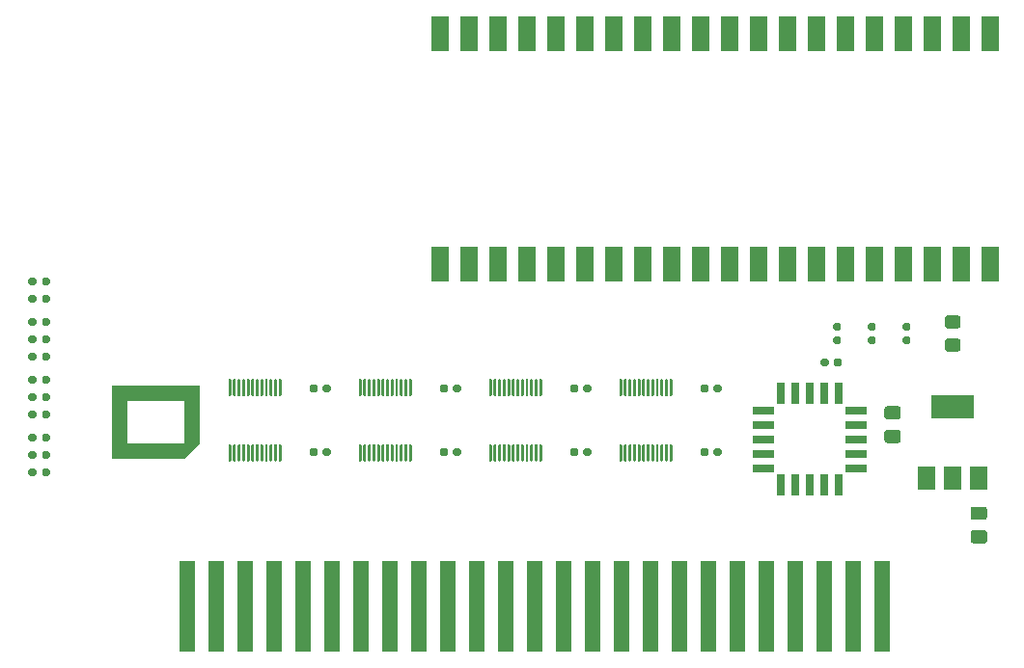
<source format=gtp>
%TF.GenerationSoftware,KiCad,Pcbnew,(5.1.10)-1*%
%TF.CreationDate,2022-11-27T19:39:58-05:00*%
%TF.ProjectId,AppleII-Pico,4170706c-6549-4492-9d50-69636f2e6b69,rev?*%
%TF.SameCoordinates,Original*%
%TF.FileFunction,Paste,Top*%
%TF.FilePolarity,Positive*%
%FSLAX46Y46*%
G04 Gerber Fmt 4.6, Leading zero omitted, Abs format (unit mm)*
G04 Created by KiCad (PCBNEW (5.1.10)-1) date 2022-11-27 19:39:58*
%MOMM*%
%LPD*%
G01*
G04 APERTURE LIST*
%ADD10C,0.100000*%
%ADD11R,1.600000X3.100000*%
%ADD12R,1.500000X2.000000*%
%ADD13R,3.800000X2.000000*%
%ADD14R,1.925000X0.700000*%
%ADD15R,0.700000X1.925000*%
%ADD16R,1.400000X8.000000*%
G04 APERTURE END LIST*
D10*
G36*
X111363000Y-117178000D02*
G01*
X105013000Y-117178000D01*
X106283000Y-115908000D01*
X112633000Y-115908000D01*
X111363000Y-117178000D01*
G37*
X111363000Y-117178000D02*
X105013000Y-117178000D01*
X106283000Y-115908000D01*
X112633000Y-115908000D01*
X111363000Y-117178000D01*
G36*
X106283000Y-112098000D02*
G01*
X106283000Y-115908000D01*
X105013000Y-117178000D01*
X105013000Y-110828000D01*
X106283000Y-112098000D01*
G37*
X106283000Y-112098000D02*
X106283000Y-115908000D01*
X105013000Y-117178000D01*
X105013000Y-110828000D01*
X106283000Y-112098000D01*
G36*
X111363000Y-112098000D02*
G01*
X106283000Y-112098000D01*
X105013000Y-110828000D01*
X112633000Y-110828000D01*
X111363000Y-112098000D01*
G37*
X111363000Y-112098000D02*
X106283000Y-112098000D01*
X105013000Y-110828000D01*
X112633000Y-110828000D01*
X111363000Y-112098000D01*
G36*
X112633000Y-115908000D02*
G01*
X111363000Y-115908000D01*
X111363000Y-112098000D01*
X112633000Y-110828000D01*
X112633000Y-115908000D01*
G37*
X112633000Y-115908000D02*
X111363000Y-115908000D01*
X111363000Y-112098000D01*
X112633000Y-110828000D01*
X112633000Y-115908000D01*
D11*
%TO.C,U6*%
X133842000Y-79900000D03*
X182102000Y-100160000D03*
X136382000Y-79900000D03*
X179562000Y-100160000D03*
X138922000Y-79900000D03*
X177022000Y-100160000D03*
X141462000Y-79900000D03*
X174482000Y-100160000D03*
X144002000Y-79900000D03*
X171942000Y-100160000D03*
X146542000Y-79900000D03*
X169402000Y-100160000D03*
X149082000Y-79900000D03*
X166862000Y-100160000D03*
X151622000Y-79900000D03*
X164322000Y-100160000D03*
X154162000Y-79900000D03*
X161782000Y-100160000D03*
X156702000Y-79900000D03*
X159242000Y-100160000D03*
X159242000Y-79900000D03*
X156702000Y-100160000D03*
X161782000Y-79900000D03*
X154162000Y-100160000D03*
X164322000Y-79900000D03*
X151622000Y-100160000D03*
X166862000Y-79900000D03*
X149082000Y-100160000D03*
X169402000Y-79900000D03*
X146542000Y-100160000D03*
X171942000Y-79900000D03*
X144002000Y-100160000D03*
X174482000Y-79900000D03*
X141462000Y-100160000D03*
X177022000Y-79900000D03*
X138922000Y-100160000D03*
X179562000Y-79900000D03*
X136382000Y-100160000D03*
X182102000Y-79900000D03*
X133842000Y-100160000D03*
%TD*%
%TO.C,C11*%
G36*
G01*
X180611000Y-123529500D02*
X181561000Y-123529500D01*
G75*
G02*
X181811000Y-123779500I0J-250000D01*
G01*
X181811000Y-124454500D01*
G75*
G02*
X181561000Y-124704500I-250000J0D01*
G01*
X180611000Y-124704500D01*
G75*
G02*
X180361000Y-124454500I0J250000D01*
G01*
X180361000Y-123779500D01*
G75*
G02*
X180611000Y-123529500I250000J0D01*
G01*
G37*
G36*
G01*
X180611000Y-121454500D02*
X181561000Y-121454500D01*
G75*
G02*
X181811000Y-121704500I0J-250000D01*
G01*
X181811000Y-122379500D01*
G75*
G02*
X181561000Y-122629500I-250000J0D01*
G01*
X180611000Y-122629500D01*
G75*
G02*
X180361000Y-122379500I0J250000D01*
G01*
X180361000Y-121704500D01*
G75*
G02*
X180611000Y-121454500I250000J0D01*
G01*
G37*
%TD*%
%TO.C,C10*%
G36*
G01*
X173054500Y-114707000D02*
X174004500Y-114707000D01*
G75*
G02*
X174254500Y-114957000I0J-250000D01*
G01*
X174254500Y-115632000D01*
G75*
G02*
X174004500Y-115882000I-250000J0D01*
G01*
X173054500Y-115882000D01*
G75*
G02*
X172804500Y-115632000I0J250000D01*
G01*
X172804500Y-114957000D01*
G75*
G02*
X173054500Y-114707000I250000J0D01*
G01*
G37*
G36*
G01*
X173054500Y-112632000D02*
X174004500Y-112632000D01*
G75*
G02*
X174254500Y-112882000I0J-250000D01*
G01*
X174254500Y-113557000D01*
G75*
G02*
X174004500Y-113807000I-250000J0D01*
G01*
X173054500Y-113807000D01*
G75*
G02*
X172804500Y-113557000I0J250000D01*
G01*
X172804500Y-112882000D01*
G75*
G02*
X173054500Y-112632000I250000J0D01*
G01*
G37*
%TD*%
D12*
%TO.C,U7*%
X176465000Y-118984000D03*
X181065000Y-118984000D03*
X178765000Y-118984000D03*
D13*
X178765000Y-112684000D03*
%TD*%
D14*
%TO.C,U5*%
X170279500Y-112987000D03*
X170279500Y-114257000D03*
X170279500Y-115527000D03*
X170279500Y-116797000D03*
X170279500Y-118067000D03*
D15*
X168767000Y-119579500D03*
X167497000Y-119579500D03*
X166227000Y-119579500D03*
X164957000Y-119579500D03*
X163687000Y-119579500D03*
D14*
X162174500Y-118067000D03*
X162174500Y-116797000D03*
X162174500Y-115527000D03*
X162174500Y-114257000D03*
X162174500Y-112987000D03*
D15*
X168767000Y-111474500D03*
X167497000Y-111474500D03*
X163687000Y-111474500D03*
X164957000Y-111474500D03*
X166227000Y-111474500D03*
%TD*%
%TO.C,C9*%
G36*
G01*
X168332000Y-108951000D02*
X168332000Y-108641000D01*
G75*
G02*
X168487000Y-108486000I155000J0D01*
G01*
X168912000Y-108486000D01*
G75*
G02*
X169067000Y-108641000I0J-155000D01*
G01*
X169067000Y-108951000D01*
G75*
G02*
X168912000Y-109106000I-155000J0D01*
G01*
X168487000Y-109106000D01*
G75*
G02*
X168332000Y-108951000I0J155000D01*
G01*
G37*
G36*
G01*
X167197000Y-108951000D02*
X167197000Y-108641000D01*
G75*
G02*
X167352000Y-108486000I155000J0D01*
G01*
X167777000Y-108486000D01*
G75*
G02*
X167932000Y-108641000I0J-155000D01*
G01*
X167932000Y-108951000D01*
G75*
G02*
X167777000Y-109106000I-155000J0D01*
G01*
X167352000Y-109106000D01*
G75*
G02*
X167197000Y-108951000I0J155000D01*
G01*
G37*
%TD*%
%TO.C,C8*%
G36*
G01*
X157791000Y-111237000D02*
X157791000Y-110927000D01*
G75*
G02*
X157946000Y-110772000I155000J0D01*
G01*
X158371000Y-110772000D01*
G75*
G02*
X158526000Y-110927000I0J-155000D01*
G01*
X158526000Y-111237000D01*
G75*
G02*
X158371000Y-111392000I-155000J0D01*
G01*
X157946000Y-111392000D01*
G75*
G02*
X157791000Y-111237000I0J155000D01*
G01*
G37*
G36*
G01*
X156656000Y-111237000D02*
X156656000Y-110927000D01*
G75*
G02*
X156811000Y-110772000I155000J0D01*
G01*
X157236000Y-110772000D01*
G75*
G02*
X157391000Y-110927000I0J-155000D01*
G01*
X157391000Y-111237000D01*
G75*
G02*
X157236000Y-111392000I-155000J0D01*
G01*
X156811000Y-111392000D01*
G75*
G02*
X156656000Y-111237000I0J155000D01*
G01*
G37*
%TD*%
%TO.C,C7*%
G36*
G01*
X157791000Y-116825000D02*
X157791000Y-116515000D01*
G75*
G02*
X157946000Y-116360000I155000J0D01*
G01*
X158371000Y-116360000D01*
G75*
G02*
X158526000Y-116515000I0J-155000D01*
G01*
X158526000Y-116825000D01*
G75*
G02*
X158371000Y-116980000I-155000J0D01*
G01*
X157946000Y-116980000D01*
G75*
G02*
X157791000Y-116825000I0J155000D01*
G01*
G37*
G36*
G01*
X156656000Y-116825000D02*
X156656000Y-116515000D01*
G75*
G02*
X156811000Y-116360000I155000J0D01*
G01*
X157236000Y-116360000D01*
G75*
G02*
X157391000Y-116515000I0J-155000D01*
G01*
X157391000Y-116825000D01*
G75*
G02*
X157236000Y-116980000I-155000J0D01*
G01*
X156811000Y-116980000D01*
G75*
G02*
X156656000Y-116825000I0J155000D01*
G01*
G37*
%TD*%
%TO.C,C6*%
G36*
G01*
X146361000Y-111237000D02*
X146361000Y-110927000D01*
G75*
G02*
X146516000Y-110772000I155000J0D01*
G01*
X146941000Y-110772000D01*
G75*
G02*
X147096000Y-110927000I0J-155000D01*
G01*
X147096000Y-111237000D01*
G75*
G02*
X146941000Y-111392000I-155000J0D01*
G01*
X146516000Y-111392000D01*
G75*
G02*
X146361000Y-111237000I0J155000D01*
G01*
G37*
G36*
G01*
X145226000Y-111237000D02*
X145226000Y-110927000D01*
G75*
G02*
X145381000Y-110772000I155000J0D01*
G01*
X145806000Y-110772000D01*
G75*
G02*
X145961000Y-110927000I0J-155000D01*
G01*
X145961000Y-111237000D01*
G75*
G02*
X145806000Y-111392000I-155000J0D01*
G01*
X145381000Y-111392000D01*
G75*
G02*
X145226000Y-111237000I0J155000D01*
G01*
G37*
%TD*%
%TO.C,C5*%
G36*
G01*
X146361000Y-116825000D02*
X146361000Y-116515000D01*
G75*
G02*
X146516000Y-116360000I155000J0D01*
G01*
X146941000Y-116360000D01*
G75*
G02*
X147096000Y-116515000I0J-155000D01*
G01*
X147096000Y-116825000D01*
G75*
G02*
X146941000Y-116980000I-155000J0D01*
G01*
X146516000Y-116980000D01*
G75*
G02*
X146361000Y-116825000I0J155000D01*
G01*
G37*
G36*
G01*
X145226000Y-116825000D02*
X145226000Y-116515000D01*
G75*
G02*
X145381000Y-116360000I155000J0D01*
G01*
X145806000Y-116360000D01*
G75*
G02*
X145961000Y-116515000I0J-155000D01*
G01*
X145961000Y-116825000D01*
G75*
G02*
X145806000Y-116980000I-155000J0D01*
G01*
X145381000Y-116980000D01*
G75*
G02*
X145226000Y-116825000I0J155000D01*
G01*
G37*
%TD*%
%TO.C,C4*%
G36*
G01*
X134931000Y-111237000D02*
X134931000Y-110927000D01*
G75*
G02*
X135086000Y-110772000I155000J0D01*
G01*
X135511000Y-110772000D01*
G75*
G02*
X135666000Y-110927000I0J-155000D01*
G01*
X135666000Y-111237000D01*
G75*
G02*
X135511000Y-111392000I-155000J0D01*
G01*
X135086000Y-111392000D01*
G75*
G02*
X134931000Y-111237000I0J155000D01*
G01*
G37*
G36*
G01*
X133796000Y-111237000D02*
X133796000Y-110927000D01*
G75*
G02*
X133951000Y-110772000I155000J0D01*
G01*
X134376000Y-110772000D01*
G75*
G02*
X134531000Y-110927000I0J-155000D01*
G01*
X134531000Y-111237000D01*
G75*
G02*
X134376000Y-111392000I-155000J0D01*
G01*
X133951000Y-111392000D01*
G75*
G02*
X133796000Y-111237000I0J155000D01*
G01*
G37*
%TD*%
%TO.C,C3*%
G36*
G01*
X134931000Y-116825000D02*
X134931000Y-116515000D01*
G75*
G02*
X135086000Y-116360000I155000J0D01*
G01*
X135511000Y-116360000D01*
G75*
G02*
X135666000Y-116515000I0J-155000D01*
G01*
X135666000Y-116825000D01*
G75*
G02*
X135511000Y-116980000I-155000J0D01*
G01*
X135086000Y-116980000D01*
G75*
G02*
X134931000Y-116825000I0J155000D01*
G01*
G37*
G36*
G01*
X133796000Y-116825000D02*
X133796000Y-116515000D01*
G75*
G02*
X133951000Y-116360000I155000J0D01*
G01*
X134376000Y-116360000D01*
G75*
G02*
X134531000Y-116515000I0J-155000D01*
G01*
X134531000Y-116825000D01*
G75*
G02*
X134376000Y-116980000I-155000J0D01*
G01*
X133951000Y-116980000D01*
G75*
G02*
X133796000Y-116825000I0J155000D01*
G01*
G37*
%TD*%
%TO.C,C2*%
G36*
G01*
X123501000Y-111237000D02*
X123501000Y-110927000D01*
G75*
G02*
X123656000Y-110772000I155000J0D01*
G01*
X124081000Y-110772000D01*
G75*
G02*
X124236000Y-110927000I0J-155000D01*
G01*
X124236000Y-111237000D01*
G75*
G02*
X124081000Y-111392000I-155000J0D01*
G01*
X123656000Y-111392000D01*
G75*
G02*
X123501000Y-111237000I0J155000D01*
G01*
G37*
G36*
G01*
X122366000Y-111237000D02*
X122366000Y-110927000D01*
G75*
G02*
X122521000Y-110772000I155000J0D01*
G01*
X122946000Y-110772000D01*
G75*
G02*
X123101000Y-110927000I0J-155000D01*
G01*
X123101000Y-111237000D01*
G75*
G02*
X122946000Y-111392000I-155000J0D01*
G01*
X122521000Y-111392000D01*
G75*
G02*
X122366000Y-111237000I0J155000D01*
G01*
G37*
%TD*%
%TO.C,C1*%
G36*
G01*
X123501000Y-116825000D02*
X123501000Y-116515000D01*
G75*
G02*
X123656000Y-116360000I155000J0D01*
G01*
X124081000Y-116360000D01*
G75*
G02*
X124236000Y-116515000I0J-155000D01*
G01*
X124236000Y-116825000D01*
G75*
G02*
X124081000Y-116980000I-155000J0D01*
G01*
X123656000Y-116980000D01*
G75*
G02*
X123501000Y-116825000I0J155000D01*
G01*
G37*
G36*
G01*
X122366000Y-116825000D02*
X122366000Y-116515000D01*
G75*
G02*
X122521000Y-116360000I155000J0D01*
G01*
X122946000Y-116360000D01*
G75*
G02*
X123101000Y-116515000I0J-155000D01*
G01*
X123101000Y-116825000D01*
G75*
G02*
X122946000Y-116980000I-155000J0D01*
G01*
X122521000Y-116980000D01*
G75*
G02*
X122366000Y-116825000I0J155000D01*
G01*
G37*
%TD*%
%TO.C,D1*%
G36*
G01*
X178349999Y-106706000D02*
X179250001Y-106706000D01*
G75*
G02*
X179500000Y-106955999I0J-249999D01*
G01*
X179500000Y-107606001D01*
G75*
G02*
X179250001Y-107856000I-249999J0D01*
G01*
X178349999Y-107856000D01*
G75*
G02*
X178100000Y-107606001I0J249999D01*
G01*
X178100000Y-106955999D01*
G75*
G02*
X178349999Y-106706000I249999J0D01*
G01*
G37*
G36*
G01*
X178349999Y-104656000D02*
X179250001Y-104656000D01*
G75*
G02*
X179500000Y-104905999I0J-249999D01*
G01*
X179500000Y-105556001D01*
G75*
G02*
X179250001Y-105806000I-249999J0D01*
G01*
X178349999Y-105806000D01*
G75*
G02*
X178100000Y-105556001I0J249999D01*
G01*
X178100000Y-104905999D01*
G75*
G02*
X178349999Y-104656000I249999J0D01*
G01*
G37*
%TD*%
%TO.C,U4*%
G36*
G01*
X154013500Y-116001000D02*
X154138500Y-116001000D01*
G75*
G02*
X154201000Y-116063500I0J-62500D01*
G01*
X154201000Y-117413500D01*
G75*
G02*
X154138500Y-117476000I-62500J0D01*
G01*
X154013500Y-117476000D01*
G75*
G02*
X153951000Y-117413500I0J62500D01*
G01*
X153951000Y-116063500D01*
G75*
G02*
X154013500Y-116001000I62500J0D01*
G01*
G37*
G36*
G01*
X153613500Y-116001000D02*
X153738500Y-116001000D01*
G75*
G02*
X153801000Y-116063500I0J-62500D01*
G01*
X153801000Y-117413500D01*
G75*
G02*
X153738500Y-117476000I-62500J0D01*
G01*
X153613500Y-117476000D01*
G75*
G02*
X153551000Y-117413500I0J62500D01*
G01*
X153551000Y-116063500D01*
G75*
G02*
X153613500Y-116001000I62500J0D01*
G01*
G37*
G36*
G01*
X153213500Y-116001000D02*
X153338500Y-116001000D01*
G75*
G02*
X153401000Y-116063500I0J-62500D01*
G01*
X153401000Y-117413500D01*
G75*
G02*
X153338500Y-117476000I-62500J0D01*
G01*
X153213500Y-117476000D01*
G75*
G02*
X153151000Y-117413500I0J62500D01*
G01*
X153151000Y-116063500D01*
G75*
G02*
X153213500Y-116001000I62500J0D01*
G01*
G37*
G36*
G01*
X152813500Y-116001000D02*
X152938500Y-116001000D01*
G75*
G02*
X153001000Y-116063500I0J-62500D01*
G01*
X153001000Y-117413500D01*
G75*
G02*
X152938500Y-117476000I-62500J0D01*
G01*
X152813500Y-117476000D01*
G75*
G02*
X152751000Y-117413500I0J62500D01*
G01*
X152751000Y-116063500D01*
G75*
G02*
X152813500Y-116001000I62500J0D01*
G01*
G37*
G36*
G01*
X152413500Y-116001000D02*
X152538500Y-116001000D01*
G75*
G02*
X152601000Y-116063500I0J-62500D01*
G01*
X152601000Y-117413500D01*
G75*
G02*
X152538500Y-117476000I-62500J0D01*
G01*
X152413500Y-117476000D01*
G75*
G02*
X152351000Y-117413500I0J62500D01*
G01*
X152351000Y-116063500D01*
G75*
G02*
X152413500Y-116001000I62500J0D01*
G01*
G37*
G36*
G01*
X152013500Y-116001000D02*
X152138500Y-116001000D01*
G75*
G02*
X152201000Y-116063500I0J-62500D01*
G01*
X152201000Y-117413500D01*
G75*
G02*
X152138500Y-117476000I-62500J0D01*
G01*
X152013500Y-117476000D01*
G75*
G02*
X151951000Y-117413500I0J62500D01*
G01*
X151951000Y-116063500D01*
G75*
G02*
X152013500Y-116001000I62500J0D01*
G01*
G37*
G36*
G01*
X151613500Y-116001000D02*
X151738500Y-116001000D01*
G75*
G02*
X151801000Y-116063500I0J-62500D01*
G01*
X151801000Y-117413500D01*
G75*
G02*
X151738500Y-117476000I-62500J0D01*
G01*
X151613500Y-117476000D01*
G75*
G02*
X151551000Y-117413500I0J62500D01*
G01*
X151551000Y-116063500D01*
G75*
G02*
X151613500Y-116001000I62500J0D01*
G01*
G37*
G36*
G01*
X151213500Y-116001000D02*
X151338500Y-116001000D01*
G75*
G02*
X151401000Y-116063500I0J-62500D01*
G01*
X151401000Y-117413500D01*
G75*
G02*
X151338500Y-117476000I-62500J0D01*
G01*
X151213500Y-117476000D01*
G75*
G02*
X151151000Y-117413500I0J62500D01*
G01*
X151151000Y-116063500D01*
G75*
G02*
X151213500Y-116001000I62500J0D01*
G01*
G37*
G36*
G01*
X150813500Y-116001000D02*
X150938500Y-116001000D01*
G75*
G02*
X151001000Y-116063500I0J-62500D01*
G01*
X151001000Y-117413500D01*
G75*
G02*
X150938500Y-117476000I-62500J0D01*
G01*
X150813500Y-117476000D01*
G75*
G02*
X150751000Y-117413500I0J62500D01*
G01*
X150751000Y-116063500D01*
G75*
G02*
X150813500Y-116001000I62500J0D01*
G01*
G37*
G36*
G01*
X150413500Y-116001000D02*
X150538500Y-116001000D01*
G75*
G02*
X150601000Y-116063500I0J-62500D01*
G01*
X150601000Y-117413500D01*
G75*
G02*
X150538500Y-117476000I-62500J0D01*
G01*
X150413500Y-117476000D01*
G75*
G02*
X150351000Y-117413500I0J62500D01*
G01*
X150351000Y-116063500D01*
G75*
G02*
X150413500Y-116001000I62500J0D01*
G01*
G37*
G36*
G01*
X150013500Y-116001000D02*
X150138500Y-116001000D01*
G75*
G02*
X150201000Y-116063500I0J-62500D01*
G01*
X150201000Y-117413500D01*
G75*
G02*
X150138500Y-117476000I-62500J0D01*
G01*
X150013500Y-117476000D01*
G75*
G02*
X149951000Y-117413500I0J62500D01*
G01*
X149951000Y-116063500D01*
G75*
G02*
X150013500Y-116001000I62500J0D01*
G01*
G37*
G36*
G01*
X149613500Y-116001000D02*
X149738500Y-116001000D01*
G75*
G02*
X149801000Y-116063500I0J-62500D01*
G01*
X149801000Y-117413500D01*
G75*
G02*
X149738500Y-117476000I-62500J0D01*
G01*
X149613500Y-117476000D01*
G75*
G02*
X149551000Y-117413500I0J62500D01*
G01*
X149551000Y-116063500D01*
G75*
G02*
X149613500Y-116001000I62500J0D01*
G01*
G37*
G36*
G01*
X149613500Y-110276000D02*
X149738500Y-110276000D01*
G75*
G02*
X149801000Y-110338500I0J-62500D01*
G01*
X149801000Y-111688500D01*
G75*
G02*
X149738500Y-111751000I-62500J0D01*
G01*
X149613500Y-111751000D01*
G75*
G02*
X149551000Y-111688500I0J62500D01*
G01*
X149551000Y-110338500D01*
G75*
G02*
X149613500Y-110276000I62500J0D01*
G01*
G37*
G36*
G01*
X150013500Y-110276000D02*
X150138500Y-110276000D01*
G75*
G02*
X150201000Y-110338500I0J-62500D01*
G01*
X150201000Y-111688500D01*
G75*
G02*
X150138500Y-111751000I-62500J0D01*
G01*
X150013500Y-111751000D01*
G75*
G02*
X149951000Y-111688500I0J62500D01*
G01*
X149951000Y-110338500D01*
G75*
G02*
X150013500Y-110276000I62500J0D01*
G01*
G37*
G36*
G01*
X150413500Y-110276000D02*
X150538500Y-110276000D01*
G75*
G02*
X150601000Y-110338500I0J-62500D01*
G01*
X150601000Y-111688500D01*
G75*
G02*
X150538500Y-111751000I-62500J0D01*
G01*
X150413500Y-111751000D01*
G75*
G02*
X150351000Y-111688500I0J62500D01*
G01*
X150351000Y-110338500D01*
G75*
G02*
X150413500Y-110276000I62500J0D01*
G01*
G37*
G36*
G01*
X150813500Y-110276000D02*
X150938500Y-110276000D01*
G75*
G02*
X151001000Y-110338500I0J-62500D01*
G01*
X151001000Y-111688500D01*
G75*
G02*
X150938500Y-111751000I-62500J0D01*
G01*
X150813500Y-111751000D01*
G75*
G02*
X150751000Y-111688500I0J62500D01*
G01*
X150751000Y-110338500D01*
G75*
G02*
X150813500Y-110276000I62500J0D01*
G01*
G37*
G36*
G01*
X151213500Y-110276000D02*
X151338500Y-110276000D01*
G75*
G02*
X151401000Y-110338500I0J-62500D01*
G01*
X151401000Y-111688500D01*
G75*
G02*
X151338500Y-111751000I-62500J0D01*
G01*
X151213500Y-111751000D01*
G75*
G02*
X151151000Y-111688500I0J62500D01*
G01*
X151151000Y-110338500D01*
G75*
G02*
X151213500Y-110276000I62500J0D01*
G01*
G37*
G36*
G01*
X151613500Y-110276000D02*
X151738500Y-110276000D01*
G75*
G02*
X151801000Y-110338500I0J-62500D01*
G01*
X151801000Y-111688500D01*
G75*
G02*
X151738500Y-111751000I-62500J0D01*
G01*
X151613500Y-111751000D01*
G75*
G02*
X151551000Y-111688500I0J62500D01*
G01*
X151551000Y-110338500D01*
G75*
G02*
X151613500Y-110276000I62500J0D01*
G01*
G37*
G36*
G01*
X152013500Y-110276000D02*
X152138500Y-110276000D01*
G75*
G02*
X152201000Y-110338500I0J-62500D01*
G01*
X152201000Y-111688500D01*
G75*
G02*
X152138500Y-111751000I-62500J0D01*
G01*
X152013500Y-111751000D01*
G75*
G02*
X151951000Y-111688500I0J62500D01*
G01*
X151951000Y-110338500D01*
G75*
G02*
X152013500Y-110276000I62500J0D01*
G01*
G37*
G36*
G01*
X152413500Y-110276000D02*
X152538500Y-110276000D01*
G75*
G02*
X152601000Y-110338500I0J-62500D01*
G01*
X152601000Y-111688500D01*
G75*
G02*
X152538500Y-111751000I-62500J0D01*
G01*
X152413500Y-111751000D01*
G75*
G02*
X152351000Y-111688500I0J62500D01*
G01*
X152351000Y-110338500D01*
G75*
G02*
X152413500Y-110276000I62500J0D01*
G01*
G37*
G36*
G01*
X152813500Y-110276000D02*
X152938500Y-110276000D01*
G75*
G02*
X153001000Y-110338500I0J-62500D01*
G01*
X153001000Y-111688500D01*
G75*
G02*
X152938500Y-111751000I-62500J0D01*
G01*
X152813500Y-111751000D01*
G75*
G02*
X152751000Y-111688500I0J62500D01*
G01*
X152751000Y-110338500D01*
G75*
G02*
X152813500Y-110276000I62500J0D01*
G01*
G37*
G36*
G01*
X153213500Y-110276000D02*
X153338500Y-110276000D01*
G75*
G02*
X153401000Y-110338500I0J-62500D01*
G01*
X153401000Y-111688500D01*
G75*
G02*
X153338500Y-111751000I-62500J0D01*
G01*
X153213500Y-111751000D01*
G75*
G02*
X153151000Y-111688500I0J62500D01*
G01*
X153151000Y-110338500D01*
G75*
G02*
X153213500Y-110276000I62500J0D01*
G01*
G37*
G36*
G01*
X153613500Y-110276000D02*
X153738500Y-110276000D01*
G75*
G02*
X153801000Y-110338500I0J-62500D01*
G01*
X153801000Y-111688500D01*
G75*
G02*
X153738500Y-111751000I-62500J0D01*
G01*
X153613500Y-111751000D01*
G75*
G02*
X153551000Y-111688500I0J62500D01*
G01*
X153551000Y-110338500D01*
G75*
G02*
X153613500Y-110276000I62500J0D01*
G01*
G37*
G36*
G01*
X154013500Y-110276000D02*
X154138500Y-110276000D01*
G75*
G02*
X154201000Y-110338500I0J-62500D01*
G01*
X154201000Y-111688500D01*
G75*
G02*
X154138500Y-111751000I-62500J0D01*
G01*
X154013500Y-111751000D01*
G75*
G02*
X153951000Y-111688500I0J62500D01*
G01*
X153951000Y-110338500D01*
G75*
G02*
X154013500Y-110276000I62500J0D01*
G01*
G37*
%TD*%
%TO.C,U3*%
G36*
G01*
X142583500Y-116001000D02*
X142708500Y-116001000D01*
G75*
G02*
X142771000Y-116063500I0J-62500D01*
G01*
X142771000Y-117413500D01*
G75*
G02*
X142708500Y-117476000I-62500J0D01*
G01*
X142583500Y-117476000D01*
G75*
G02*
X142521000Y-117413500I0J62500D01*
G01*
X142521000Y-116063500D01*
G75*
G02*
X142583500Y-116001000I62500J0D01*
G01*
G37*
G36*
G01*
X142183500Y-116001000D02*
X142308500Y-116001000D01*
G75*
G02*
X142371000Y-116063500I0J-62500D01*
G01*
X142371000Y-117413500D01*
G75*
G02*
X142308500Y-117476000I-62500J0D01*
G01*
X142183500Y-117476000D01*
G75*
G02*
X142121000Y-117413500I0J62500D01*
G01*
X142121000Y-116063500D01*
G75*
G02*
X142183500Y-116001000I62500J0D01*
G01*
G37*
G36*
G01*
X141783500Y-116001000D02*
X141908500Y-116001000D01*
G75*
G02*
X141971000Y-116063500I0J-62500D01*
G01*
X141971000Y-117413500D01*
G75*
G02*
X141908500Y-117476000I-62500J0D01*
G01*
X141783500Y-117476000D01*
G75*
G02*
X141721000Y-117413500I0J62500D01*
G01*
X141721000Y-116063500D01*
G75*
G02*
X141783500Y-116001000I62500J0D01*
G01*
G37*
G36*
G01*
X141383500Y-116001000D02*
X141508500Y-116001000D01*
G75*
G02*
X141571000Y-116063500I0J-62500D01*
G01*
X141571000Y-117413500D01*
G75*
G02*
X141508500Y-117476000I-62500J0D01*
G01*
X141383500Y-117476000D01*
G75*
G02*
X141321000Y-117413500I0J62500D01*
G01*
X141321000Y-116063500D01*
G75*
G02*
X141383500Y-116001000I62500J0D01*
G01*
G37*
G36*
G01*
X140983500Y-116001000D02*
X141108500Y-116001000D01*
G75*
G02*
X141171000Y-116063500I0J-62500D01*
G01*
X141171000Y-117413500D01*
G75*
G02*
X141108500Y-117476000I-62500J0D01*
G01*
X140983500Y-117476000D01*
G75*
G02*
X140921000Y-117413500I0J62500D01*
G01*
X140921000Y-116063500D01*
G75*
G02*
X140983500Y-116001000I62500J0D01*
G01*
G37*
G36*
G01*
X140583500Y-116001000D02*
X140708500Y-116001000D01*
G75*
G02*
X140771000Y-116063500I0J-62500D01*
G01*
X140771000Y-117413500D01*
G75*
G02*
X140708500Y-117476000I-62500J0D01*
G01*
X140583500Y-117476000D01*
G75*
G02*
X140521000Y-117413500I0J62500D01*
G01*
X140521000Y-116063500D01*
G75*
G02*
X140583500Y-116001000I62500J0D01*
G01*
G37*
G36*
G01*
X140183500Y-116001000D02*
X140308500Y-116001000D01*
G75*
G02*
X140371000Y-116063500I0J-62500D01*
G01*
X140371000Y-117413500D01*
G75*
G02*
X140308500Y-117476000I-62500J0D01*
G01*
X140183500Y-117476000D01*
G75*
G02*
X140121000Y-117413500I0J62500D01*
G01*
X140121000Y-116063500D01*
G75*
G02*
X140183500Y-116001000I62500J0D01*
G01*
G37*
G36*
G01*
X139783500Y-116001000D02*
X139908500Y-116001000D01*
G75*
G02*
X139971000Y-116063500I0J-62500D01*
G01*
X139971000Y-117413500D01*
G75*
G02*
X139908500Y-117476000I-62500J0D01*
G01*
X139783500Y-117476000D01*
G75*
G02*
X139721000Y-117413500I0J62500D01*
G01*
X139721000Y-116063500D01*
G75*
G02*
X139783500Y-116001000I62500J0D01*
G01*
G37*
G36*
G01*
X139383500Y-116001000D02*
X139508500Y-116001000D01*
G75*
G02*
X139571000Y-116063500I0J-62500D01*
G01*
X139571000Y-117413500D01*
G75*
G02*
X139508500Y-117476000I-62500J0D01*
G01*
X139383500Y-117476000D01*
G75*
G02*
X139321000Y-117413500I0J62500D01*
G01*
X139321000Y-116063500D01*
G75*
G02*
X139383500Y-116001000I62500J0D01*
G01*
G37*
G36*
G01*
X138983500Y-116001000D02*
X139108500Y-116001000D01*
G75*
G02*
X139171000Y-116063500I0J-62500D01*
G01*
X139171000Y-117413500D01*
G75*
G02*
X139108500Y-117476000I-62500J0D01*
G01*
X138983500Y-117476000D01*
G75*
G02*
X138921000Y-117413500I0J62500D01*
G01*
X138921000Y-116063500D01*
G75*
G02*
X138983500Y-116001000I62500J0D01*
G01*
G37*
G36*
G01*
X138583500Y-116001000D02*
X138708500Y-116001000D01*
G75*
G02*
X138771000Y-116063500I0J-62500D01*
G01*
X138771000Y-117413500D01*
G75*
G02*
X138708500Y-117476000I-62500J0D01*
G01*
X138583500Y-117476000D01*
G75*
G02*
X138521000Y-117413500I0J62500D01*
G01*
X138521000Y-116063500D01*
G75*
G02*
X138583500Y-116001000I62500J0D01*
G01*
G37*
G36*
G01*
X138183500Y-116001000D02*
X138308500Y-116001000D01*
G75*
G02*
X138371000Y-116063500I0J-62500D01*
G01*
X138371000Y-117413500D01*
G75*
G02*
X138308500Y-117476000I-62500J0D01*
G01*
X138183500Y-117476000D01*
G75*
G02*
X138121000Y-117413500I0J62500D01*
G01*
X138121000Y-116063500D01*
G75*
G02*
X138183500Y-116001000I62500J0D01*
G01*
G37*
G36*
G01*
X138183500Y-110276000D02*
X138308500Y-110276000D01*
G75*
G02*
X138371000Y-110338500I0J-62500D01*
G01*
X138371000Y-111688500D01*
G75*
G02*
X138308500Y-111751000I-62500J0D01*
G01*
X138183500Y-111751000D01*
G75*
G02*
X138121000Y-111688500I0J62500D01*
G01*
X138121000Y-110338500D01*
G75*
G02*
X138183500Y-110276000I62500J0D01*
G01*
G37*
G36*
G01*
X138583500Y-110276000D02*
X138708500Y-110276000D01*
G75*
G02*
X138771000Y-110338500I0J-62500D01*
G01*
X138771000Y-111688500D01*
G75*
G02*
X138708500Y-111751000I-62500J0D01*
G01*
X138583500Y-111751000D01*
G75*
G02*
X138521000Y-111688500I0J62500D01*
G01*
X138521000Y-110338500D01*
G75*
G02*
X138583500Y-110276000I62500J0D01*
G01*
G37*
G36*
G01*
X138983500Y-110276000D02*
X139108500Y-110276000D01*
G75*
G02*
X139171000Y-110338500I0J-62500D01*
G01*
X139171000Y-111688500D01*
G75*
G02*
X139108500Y-111751000I-62500J0D01*
G01*
X138983500Y-111751000D01*
G75*
G02*
X138921000Y-111688500I0J62500D01*
G01*
X138921000Y-110338500D01*
G75*
G02*
X138983500Y-110276000I62500J0D01*
G01*
G37*
G36*
G01*
X139383500Y-110276000D02*
X139508500Y-110276000D01*
G75*
G02*
X139571000Y-110338500I0J-62500D01*
G01*
X139571000Y-111688500D01*
G75*
G02*
X139508500Y-111751000I-62500J0D01*
G01*
X139383500Y-111751000D01*
G75*
G02*
X139321000Y-111688500I0J62500D01*
G01*
X139321000Y-110338500D01*
G75*
G02*
X139383500Y-110276000I62500J0D01*
G01*
G37*
G36*
G01*
X139783500Y-110276000D02*
X139908500Y-110276000D01*
G75*
G02*
X139971000Y-110338500I0J-62500D01*
G01*
X139971000Y-111688500D01*
G75*
G02*
X139908500Y-111751000I-62500J0D01*
G01*
X139783500Y-111751000D01*
G75*
G02*
X139721000Y-111688500I0J62500D01*
G01*
X139721000Y-110338500D01*
G75*
G02*
X139783500Y-110276000I62500J0D01*
G01*
G37*
G36*
G01*
X140183500Y-110276000D02*
X140308500Y-110276000D01*
G75*
G02*
X140371000Y-110338500I0J-62500D01*
G01*
X140371000Y-111688500D01*
G75*
G02*
X140308500Y-111751000I-62500J0D01*
G01*
X140183500Y-111751000D01*
G75*
G02*
X140121000Y-111688500I0J62500D01*
G01*
X140121000Y-110338500D01*
G75*
G02*
X140183500Y-110276000I62500J0D01*
G01*
G37*
G36*
G01*
X140583500Y-110276000D02*
X140708500Y-110276000D01*
G75*
G02*
X140771000Y-110338500I0J-62500D01*
G01*
X140771000Y-111688500D01*
G75*
G02*
X140708500Y-111751000I-62500J0D01*
G01*
X140583500Y-111751000D01*
G75*
G02*
X140521000Y-111688500I0J62500D01*
G01*
X140521000Y-110338500D01*
G75*
G02*
X140583500Y-110276000I62500J0D01*
G01*
G37*
G36*
G01*
X140983500Y-110276000D02*
X141108500Y-110276000D01*
G75*
G02*
X141171000Y-110338500I0J-62500D01*
G01*
X141171000Y-111688500D01*
G75*
G02*
X141108500Y-111751000I-62500J0D01*
G01*
X140983500Y-111751000D01*
G75*
G02*
X140921000Y-111688500I0J62500D01*
G01*
X140921000Y-110338500D01*
G75*
G02*
X140983500Y-110276000I62500J0D01*
G01*
G37*
G36*
G01*
X141383500Y-110276000D02*
X141508500Y-110276000D01*
G75*
G02*
X141571000Y-110338500I0J-62500D01*
G01*
X141571000Y-111688500D01*
G75*
G02*
X141508500Y-111751000I-62500J0D01*
G01*
X141383500Y-111751000D01*
G75*
G02*
X141321000Y-111688500I0J62500D01*
G01*
X141321000Y-110338500D01*
G75*
G02*
X141383500Y-110276000I62500J0D01*
G01*
G37*
G36*
G01*
X141783500Y-110276000D02*
X141908500Y-110276000D01*
G75*
G02*
X141971000Y-110338500I0J-62500D01*
G01*
X141971000Y-111688500D01*
G75*
G02*
X141908500Y-111751000I-62500J0D01*
G01*
X141783500Y-111751000D01*
G75*
G02*
X141721000Y-111688500I0J62500D01*
G01*
X141721000Y-110338500D01*
G75*
G02*
X141783500Y-110276000I62500J0D01*
G01*
G37*
G36*
G01*
X142183500Y-110276000D02*
X142308500Y-110276000D01*
G75*
G02*
X142371000Y-110338500I0J-62500D01*
G01*
X142371000Y-111688500D01*
G75*
G02*
X142308500Y-111751000I-62500J0D01*
G01*
X142183500Y-111751000D01*
G75*
G02*
X142121000Y-111688500I0J62500D01*
G01*
X142121000Y-110338500D01*
G75*
G02*
X142183500Y-110276000I62500J0D01*
G01*
G37*
G36*
G01*
X142583500Y-110276000D02*
X142708500Y-110276000D01*
G75*
G02*
X142771000Y-110338500I0J-62500D01*
G01*
X142771000Y-111688500D01*
G75*
G02*
X142708500Y-111751000I-62500J0D01*
G01*
X142583500Y-111751000D01*
G75*
G02*
X142521000Y-111688500I0J62500D01*
G01*
X142521000Y-110338500D01*
G75*
G02*
X142583500Y-110276000I62500J0D01*
G01*
G37*
%TD*%
%TO.C,U1*%
G36*
G01*
X119723500Y-116001000D02*
X119848500Y-116001000D01*
G75*
G02*
X119911000Y-116063500I0J-62500D01*
G01*
X119911000Y-117413500D01*
G75*
G02*
X119848500Y-117476000I-62500J0D01*
G01*
X119723500Y-117476000D01*
G75*
G02*
X119661000Y-117413500I0J62500D01*
G01*
X119661000Y-116063500D01*
G75*
G02*
X119723500Y-116001000I62500J0D01*
G01*
G37*
G36*
G01*
X119323500Y-116001000D02*
X119448500Y-116001000D01*
G75*
G02*
X119511000Y-116063500I0J-62500D01*
G01*
X119511000Y-117413500D01*
G75*
G02*
X119448500Y-117476000I-62500J0D01*
G01*
X119323500Y-117476000D01*
G75*
G02*
X119261000Y-117413500I0J62500D01*
G01*
X119261000Y-116063500D01*
G75*
G02*
X119323500Y-116001000I62500J0D01*
G01*
G37*
G36*
G01*
X118923500Y-116001000D02*
X119048500Y-116001000D01*
G75*
G02*
X119111000Y-116063500I0J-62500D01*
G01*
X119111000Y-117413500D01*
G75*
G02*
X119048500Y-117476000I-62500J0D01*
G01*
X118923500Y-117476000D01*
G75*
G02*
X118861000Y-117413500I0J62500D01*
G01*
X118861000Y-116063500D01*
G75*
G02*
X118923500Y-116001000I62500J0D01*
G01*
G37*
G36*
G01*
X118523500Y-116001000D02*
X118648500Y-116001000D01*
G75*
G02*
X118711000Y-116063500I0J-62500D01*
G01*
X118711000Y-117413500D01*
G75*
G02*
X118648500Y-117476000I-62500J0D01*
G01*
X118523500Y-117476000D01*
G75*
G02*
X118461000Y-117413500I0J62500D01*
G01*
X118461000Y-116063500D01*
G75*
G02*
X118523500Y-116001000I62500J0D01*
G01*
G37*
G36*
G01*
X118123500Y-116001000D02*
X118248500Y-116001000D01*
G75*
G02*
X118311000Y-116063500I0J-62500D01*
G01*
X118311000Y-117413500D01*
G75*
G02*
X118248500Y-117476000I-62500J0D01*
G01*
X118123500Y-117476000D01*
G75*
G02*
X118061000Y-117413500I0J62500D01*
G01*
X118061000Y-116063500D01*
G75*
G02*
X118123500Y-116001000I62500J0D01*
G01*
G37*
G36*
G01*
X117723500Y-116001000D02*
X117848500Y-116001000D01*
G75*
G02*
X117911000Y-116063500I0J-62500D01*
G01*
X117911000Y-117413500D01*
G75*
G02*
X117848500Y-117476000I-62500J0D01*
G01*
X117723500Y-117476000D01*
G75*
G02*
X117661000Y-117413500I0J62500D01*
G01*
X117661000Y-116063500D01*
G75*
G02*
X117723500Y-116001000I62500J0D01*
G01*
G37*
G36*
G01*
X117323500Y-116001000D02*
X117448500Y-116001000D01*
G75*
G02*
X117511000Y-116063500I0J-62500D01*
G01*
X117511000Y-117413500D01*
G75*
G02*
X117448500Y-117476000I-62500J0D01*
G01*
X117323500Y-117476000D01*
G75*
G02*
X117261000Y-117413500I0J62500D01*
G01*
X117261000Y-116063500D01*
G75*
G02*
X117323500Y-116001000I62500J0D01*
G01*
G37*
G36*
G01*
X116923500Y-116001000D02*
X117048500Y-116001000D01*
G75*
G02*
X117111000Y-116063500I0J-62500D01*
G01*
X117111000Y-117413500D01*
G75*
G02*
X117048500Y-117476000I-62500J0D01*
G01*
X116923500Y-117476000D01*
G75*
G02*
X116861000Y-117413500I0J62500D01*
G01*
X116861000Y-116063500D01*
G75*
G02*
X116923500Y-116001000I62500J0D01*
G01*
G37*
G36*
G01*
X116523500Y-116001000D02*
X116648500Y-116001000D01*
G75*
G02*
X116711000Y-116063500I0J-62500D01*
G01*
X116711000Y-117413500D01*
G75*
G02*
X116648500Y-117476000I-62500J0D01*
G01*
X116523500Y-117476000D01*
G75*
G02*
X116461000Y-117413500I0J62500D01*
G01*
X116461000Y-116063500D01*
G75*
G02*
X116523500Y-116001000I62500J0D01*
G01*
G37*
G36*
G01*
X116123500Y-116001000D02*
X116248500Y-116001000D01*
G75*
G02*
X116311000Y-116063500I0J-62500D01*
G01*
X116311000Y-117413500D01*
G75*
G02*
X116248500Y-117476000I-62500J0D01*
G01*
X116123500Y-117476000D01*
G75*
G02*
X116061000Y-117413500I0J62500D01*
G01*
X116061000Y-116063500D01*
G75*
G02*
X116123500Y-116001000I62500J0D01*
G01*
G37*
G36*
G01*
X115723500Y-116001000D02*
X115848500Y-116001000D01*
G75*
G02*
X115911000Y-116063500I0J-62500D01*
G01*
X115911000Y-117413500D01*
G75*
G02*
X115848500Y-117476000I-62500J0D01*
G01*
X115723500Y-117476000D01*
G75*
G02*
X115661000Y-117413500I0J62500D01*
G01*
X115661000Y-116063500D01*
G75*
G02*
X115723500Y-116001000I62500J0D01*
G01*
G37*
G36*
G01*
X115323500Y-116001000D02*
X115448500Y-116001000D01*
G75*
G02*
X115511000Y-116063500I0J-62500D01*
G01*
X115511000Y-117413500D01*
G75*
G02*
X115448500Y-117476000I-62500J0D01*
G01*
X115323500Y-117476000D01*
G75*
G02*
X115261000Y-117413500I0J62500D01*
G01*
X115261000Y-116063500D01*
G75*
G02*
X115323500Y-116001000I62500J0D01*
G01*
G37*
G36*
G01*
X115323500Y-110276000D02*
X115448500Y-110276000D01*
G75*
G02*
X115511000Y-110338500I0J-62500D01*
G01*
X115511000Y-111688500D01*
G75*
G02*
X115448500Y-111751000I-62500J0D01*
G01*
X115323500Y-111751000D01*
G75*
G02*
X115261000Y-111688500I0J62500D01*
G01*
X115261000Y-110338500D01*
G75*
G02*
X115323500Y-110276000I62500J0D01*
G01*
G37*
G36*
G01*
X115723500Y-110276000D02*
X115848500Y-110276000D01*
G75*
G02*
X115911000Y-110338500I0J-62500D01*
G01*
X115911000Y-111688500D01*
G75*
G02*
X115848500Y-111751000I-62500J0D01*
G01*
X115723500Y-111751000D01*
G75*
G02*
X115661000Y-111688500I0J62500D01*
G01*
X115661000Y-110338500D01*
G75*
G02*
X115723500Y-110276000I62500J0D01*
G01*
G37*
G36*
G01*
X116123500Y-110276000D02*
X116248500Y-110276000D01*
G75*
G02*
X116311000Y-110338500I0J-62500D01*
G01*
X116311000Y-111688500D01*
G75*
G02*
X116248500Y-111751000I-62500J0D01*
G01*
X116123500Y-111751000D01*
G75*
G02*
X116061000Y-111688500I0J62500D01*
G01*
X116061000Y-110338500D01*
G75*
G02*
X116123500Y-110276000I62500J0D01*
G01*
G37*
G36*
G01*
X116523500Y-110276000D02*
X116648500Y-110276000D01*
G75*
G02*
X116711000Y-110338500I0J-62500D01*
G01*
X116711000Y-111688500D01*
G75*
G02*
X116648500Y-111751000I-62500J0D01*
G01*
X116523500Y-111751000D01*
G75*
G02*
X116461000Y-111688500I0J62500D01*
G01*
X116461000Y-110338500D01*
G75*
G02*
X116523500Y-110276000I62500J0D01*
G01*
G37*
G36*
G01*
X116923500Y-110276000D02*
X117048500Y-110276000D01*
G75*
G02*
X117111000Y-110338500I0J-62500D01*
G01*
X117111000Y-111688500D01*
G75*
G02*
X117048500Y-111751000I-62500J0D01*
G01*
X116923500Y-111751000D01*
G75*
G02*
X116861000Y-111688500I0J62500D01*
G01*
X116861000Y-110338500D01*
G75*
G02*
X116923500Y-110276000I62500J0D01*
G01*
G37*
G36*
G01*
X117323500Y-110276000D02*
X117448500Y-110276000D01*
G75*
G02*
X117511000Y-110338500I0J-62500D01*
G01*
X117511000Y-111688500D01*
G75*
G02*
X117448500Y-111751000I-62500J0D01*
G01*
X117323500Y-111751000D01*
G75*
G02*
X117261000Y-111688500I0J62500D01*
G01*
X117261000Y-110338500D01*
G75*
G02*
X117323500Y-110276000I62500J0D01*
G01*
G37*
G36*
G01*
X117723500Y-110276000D02*
X117848500Y-110276000D01*
G75*
G02*
X117911000Y-110338500I0J-62500D01*
G01*
X117911000Y-111688500D01*
G75*
G02*
X117848500Y-111751000I-62500J0D01*
G01*
X117723500Y-111751000D01*
G75*
G02*
X117661000Y-111688500I0J62500D01*
G01*
X117661000Y-110338500D01*
G75*
G02*
X117723500Y-110276000I62500J0D01*
G01*
G37*
G36*
G01*
X118123500Y-110276000D02*
X118248500Y-110276000D01*
G75*
G02*
X118311000Y-110338500I0J-62500D01*
G01*
X118311000Y-111688500D01*
G75*
G02*
X118248500Y-111751000I-62500J0D01*
G01*
X118123500Y-111751000D01*
G75*
G02*
X118061000Y-111688500I0J62500D01*
G01*
X118061000Y-110338500D01*
G75*
G02*
X118123500Y-110276000I62500J0D01*
G01*
G37*
G36*
G01*
X118523500Y-110276000D02*
X118648500Y-110276000D01*
G75*
G02*
X118711000Y-110338500I0J-62500D01*
G01*
X118711000Y-111688500D01*
G75*
G02*
X118648500Y-111751000I-62500J0D01*
G01*
X118523500Y-111751000D01*
G75*
G02*
X118461000Y-111688500I0J62500D01*
G01*
X118461000Y-110338500D01*
G75*
G02*
X118523500Y-110276000I62500J0D01*
G01*
G37*
G36*
G01*
X118923500Y-110276000D02*
X119048500Y-110276000D01*
G75*
G02*
X119111000Y-110338500I0J-62500D01*
G01*
X119111000Y-111688500D01*
G75*
G02*
X119048500Y-111751000I-62500J0D01*
G01*
X118923500Y-111751000D01*
G75*
G02*
X118861000Y-111688500I0J62500D01*
G01*
X118861000Y-110338500D01*
G75*
G02*
X118923500Y-110276000I62500J0D01*
G01*
G37*
G36*
G01*
X119323500Y-110276000D02*
X119448500Y-110276000D01*
G75*
G02*
X119511000Y-110338500I0J-62500D01*
G01*
X119511000Y-111688500D01*
G75*
G02*
X119448500Y-111751000I-62500J0D01*
G01*
X119323500Y-111751000D01*
G75*
G02*
X119261000Y-111688500I0J62500D01*
G01*
X119261000Y-110338500D01*
G75*
G02*
X119323500Y-110276000I62500J0D01*
G01*
G37*
G36*
G01*
X119723500Y-110276000D02*
X119848500Y-110276000D01*
G75*
G02*
X119911000Y-110338500I0J-62500D01*
G01*
X119911000Y-111688500D01*
G75*
G02*
X119848500Y-111751000I-62500J0D01*
G01*
X119723500Y-111751000D01*
G75*
G02*
X119661000Y-111688500I0J62500D01*
G01*
X119661000Y-110338500D01*
G75*
G02*
X119723500Y-110276000I62500J0D01*
G01*
G37*
%TD*%
%TO.C,U2*%
G36*
G01*
X131153500Y-116001000D02*
X131278500Y-116001000D01*
G75*
G02*
X131341000Y-116063500I0J-62500D01*
G01*
X131341000Y-117413500D01*
G75*
G02*
X131278500Y-117476000I-62500J0D01*
G01*
X131153500Y-117476000D01*
G75*
G02*
X131091000Y-117413500I0J62500D01*
G01*
X131091000Y-116063500D01*
G75*
G02*
X131153500Y-116001000I62500J0D01*
G01*
G37*
G36*
G01*
X130753500Y-116001000D02*
X130878500Y-116001000D01*
G75*
G02*
X130941000Y-116063500I0J-62500D01*
G01*
X130941000Y-117413500D01*
G75*
G02*
X130878500Y-117476000I-62500J0D01*
G01*
X130753500Y-117476000D01*
G75*
G02*
X130691000Y-117413500I0J62500D01*
G01*
X130691000Y-116063500D01*
G75*
G02*
X130753500Y-116001000I62500J0D01*
G01*
G37*
G36*
G01*
X130353500Y-116001000D02*
X130478500Y-116001000D01*
G75*
G02*
X130541000Y-116063500I0J-62500D01*
G01*
X130541000Y-117413500D01*
G75*
G02*
X130478500Y-117476000I-62500J0D01*
G01*
X130353500Y-117476000D01*
G75*
G02*
X130291000Y-117413500I0J62500D01*
G01*
X130291000Y-116063500D01*
G75*
G02*
X130353500Y-116001000I62500J0D01*
G01*
G37*
G36*
G01*
X129953500Y-116001000D02*
X130078500Y-116001000D01*
G75*
G02*
X130141000Y-116063500I0J-62500D01*
G01*
X130141000Y-117413500D01*
G75*
G02*
X130078500Y-117476000I-62500J0D01*
G01*
X129953500Y-117476000D01*
G75*
G02*
X129891000Y-117413500I0J62500D01*
G01*
X129891000Y-116063500D01*
G75*
G02*
X129953500Y-116001000I62500J0D01*
G01*
G37*
G36*
G01*
X129553500Y-116001000D02*
X129678500Y-116001000D01*
G75*
G02*
X129741000Y-116063500I0J-62500D01*
G01*
X129741000Y-117413500D01*
G75*
G02*
X129678500Y-117476000I-62500J0D01*
G01*
X129553500Y-117476000D01*
G75*
G02*
X129491000Y-117413500I0J62500D01*
G01*
X129491000Y-116063500D01*
G75*
G02*
X129553500Y-116001000I62500J0D01*
G01*
G37*
G36*
G01*
X129153500Y-116001000D02*
X129278500Y-116001000D01*
G75*
G02*
X129341000Y-116063500I0J-62500D01*
G01*
X129341000Y-117413500D01*
G75*
G02*
X129278500Y-117476000I-62500J0D01*
G01*
X129153500Y-117476000D01*
G75*
G02*
X129091000Y-117413500I0J62500D01*
G01*
X129091000Y-116063500D01*
G75*
G02*
X129153500Y-116001000I62500J0D01*
G01*
G37*
G36*
G01*
X128753500Y-116001000D02*
X128878500Y-116001000D01*
G75*
G02*
X128941000Y-116063500I0J-62500D01*
G01*
X128941000Y-117413500D01*
G75*
G02*
X128878500Y-117476000I-62500J0D01*
G01*
X128753500Y-117476000D01*
G75*
G02*
X128691000Y-117413500I0J62500D01*
G01*
X128691000Y-116063500D01*
G75*
G02*
X128753500Y-116001000I62500J0D01*
G01*
G37*
G36*
G01*
X128353500Y-116001000D02*
X128478500Y-116001000D01*
G75*
G02*
X128541000Y-116063500I0J-62500D01*
G01*
X128541000Y-117413500D01*
G75*
G02*
X128478500Y-117476000I-62500J0D01*
G01*
X128353500Y-117476000D01*
G75*
G02*
X128291000Y-117413500I0J62500D01*
G01*
X128291000Y-116063500D01*
G75*
G02*
X128353500Y-116001000I62500J0D01*
G01*
G37*
G36*
G01*
X127953500Y-116001000D02*
X128078500Y-116001000D01*
G75*
G02*
X128141000Y-116063500I0J-62500D01*
G01*
X128141000Y-117413500D01*
G75*
G02*
X128078500Y-117476000I-62500J0D01*
G01*
X127953500Y-117476000D01*
G75*
G02*
X127891000Y-117413500I0J62500D01*
G01*
X127891000Y-116063500D01*
G75*
G02*
X127953500Y-116001000I62500J0D01*
G01*
G37*
G36*
G01*
X127553500Y-116001000D02*
X127678500Y-116001000D01*
G75*
G02*
X127741000Y-116063500I0J-62500D01*
G01*
X127741000Y-117413500D01*
G75*
G02*
X127678500Y-117476000I-62500J0D01*
G01*
X127553500Y-117476000D01*
G75*
G02*
X127491000Y-117413500I0J62500D01*
G01*
X127491000Y-116063500D01*
G75*
G02*
X127553500Y-116001000I62500J0D01*
G01*
G37*
G36*
G01*
X127153500Y-116001000D02*
X127278500Y-116001000D01*
G75*
G02*
X127341000Y-116063500I0J-62500D01*
G01*
X127341000Y-117413500D01*
G75*
G02*
X127278500Y-117476000I-62500J0D01*
G01*
X127153500Y-117476000D01*
G75*
G02*
X127091000Y-117413500I0J62500D01*
G01*
X127091000Y-116063500D01*
G75*
G02*
X127153500Y-116001000I62500J0D01*
G01*
G37*
G36*
G01*
X126753500Y-116001000D02*
X126878500Y-116001000D01*
G75*
G02*
X126941000Y-116063500I0J-62500D01*
G01*
X126941000Y-117413500D01*
G75*
G02*
X126878500Y-117476000I-62500J0D01*
G01*
X126753500Y-117476000D01*
G75*
G02*
X126691000Y-117413500I0J62500D01*
G01*
X126691000Y-116063500D01*
G75*
G02*
X126753500Y-116001000I62500J0D01*
G01*
G37*
G36*
G01*
X126753500Y-110276000D02*
X126878500Y-110276000D01*
G75*
G02*
X126941000Y-110338500I0J-62500D01*
G01*
X126941000Y-111688500D01*
G75*
G02*
X126878500Y-111751000I-62500J0D01*
G01*
X126753500Y-111751000D01*
G75*
G02*
X126691000Y-111688500I0J62500D01*
G01*
X126691000Y-110338500D01*
G75*
G02*
X126753500Y-110276000I62500J0D01*
G01*
G37*
G36*
G01*
X127153500Y-110276000D02*
X127278500Y-110276000D01*
G75*
G02*
X127341000Y-110338500I0J-62500D01*
G01*
X127341000Y-111688500D01*
G75*
G02*
X127278500Y-111751000I-62500J0D01*
G01*
X127153500Y-111751000D01*
G75*
G02*
X127091000Y-111688500I0J62500D01*
G01*
X127091000Y-110338500D01*
G75*
G02*
X127153500Y-110276000I62500J0D01*
G01*
G37*
G36*
G01*
X127553500Y-110276000D02*
X127678500Y-110276000D01*
G75*
G02*
X127741000Y-110338500I0J-62500D01*
G01*
X127741000Y-111688500D01*
G75*
G02*
X127678500Y-111751000I-62500J0D01*
G01*
X127553500Y-111751000D01*
G75*
G02*
X127491000Y-111688500I0J62500D01*
G01*
X127491000Y-110338500D01*
G75*
G02*
X127553500Y-110276000I62500J0D01*
G01*
G37*
G36*
G01*
X127953500Y-110276000D02*
X128078500Y-110276000D01*
G75*
G02*
X128141000Y-110338500I0J-62500D01*
G01*
X128141000Y-111688500D01*
G75*
G02*
X128078500Y-111751000I-62500J0D01*
G01*
X127953500Y-111751000D01*
G75*
G02*
X127891000Y-111688500I0J62500D01*
G01*
X127891000Y-110338500D01*
G75*
G02*
X127953500Y-110276000I62500J0D01*
G01*
G37*
G36*
G01*
X128353500Y-110276000D02*
X128478500Y-110276000D01*
G75*
G02*
X128541000Y-110338500I0J-62500D01*
G01*
X128541000Y-111688500D01*
G75*
G02*
X128478500Y-111751000I-62500J0D01*
G01*
X128353500Y-111751000D01*
G75*
G02*
X128291000Y-111688500I0J62500D01*
G01*
X128291000Y-110338500D01*
G75*
G02*
X128353500Y-110276000I62500J0D01*
G01*
G37*
G36*
G01*
X128753500Y-110276000D02*
X128878500Y-110276000D01*
G75*
G02*
X128941000Y-110338500I0J-62500D01*
G01*
X128941000Y-111688500D01*
G75*
G02*
X128878500Y-111751000I-62500J0D01*
G01*
X128753500Y-111751000D01*
G75*
G02*
X128691000Y-111688500I0J62500D01*
G01*
X128691000Y-110338500D01*
G75*
G02*
X128753500Y-110276000I62500J0D01*
G01*
G37*
G36*
G01*
X129153500Y-110276000D02*
X129278500Y-110276000D01*
G75*
G02*
X129341000Y-110338500I0J-62500D01*
G01*
X129341000Y-111688500D01*
G75*
G02*
X129278500Y-111751000I-62500J0D01*
G01*
X129153500Y-111751000D01*
G75*
G02*
X129091000Y-111688500I0J62500D01*
G01*
X129091000Y-110338500D01*
G75*
G02*
X129153500Y-110276000I62500J0D01*
G01*
G37*
G36*
G01*
X129553500Y-110276000D02*
X129678500Y-110276000D01*
G75*
G02*
X129741000Y-110338500I0J-62500D01*
G01*
X129741000Y-111688500D01*
G75*
G02*
X129678500Y-111751000I-62500J0D01*
G01*
X129553500Y-111751000D01*
G75*
G02*
X129491000Y-111688500I0J62500D01*
G01*
X129491000Y-110338500D01*
G75*
G02*
X129553500Y-110276000I62500J0D01*
G01*
G37*
G36*
G01*
X129953500Y-110276000D02*
X130078500Y-110276000D01*
G75*
G02*
X130141000Y-110338500I0J-62500D01*
G01*
X130141000Y-111688500D01*
G75*
G02*
X130078500Y-111751000I-62500J0D01*
G01*
X129953500Y-111751000D01*
G75*
G02*
X129891000Y-111688500I0J62500D01*
G01*
X129891000Y-110338500D01*
G75*
G02*
X129953500Y-110276000I62500J0D01*
G01*
G37*
G36*
G01*
X130353500Y-110276000D02*
X130478500Y-110276000D01*
G75*
G02*
X130541000Y-110338500I0J-62500D01*
G01*
X130541000Y-111688500D01*
G75*
G02*
X130478500Y-111751000I-62500J0D01*
G01*
X130353500Y-111751000D01*
G75*
G02*
X130291000Y-111688500I0J62500D01*
G01*
X130291000Y-110338500D01*
G75*
G02*
X130353500Y-110276000I62500J0D01*
G01*
G37*
G36*
G01*
X130753500Y-110276000D02*
X130878500Y-110276000D01*
G75*
G02*
X130941000Y-110338500I0J-62500D01*
G01*
X130941000Y-111688500D01*
G75*
G02*
X130878500Y-111751000I-62500J0D01*
G01*
X130753500Y-111751000D01*
G75*
G02*
X130691000Y-111688500I0J62500D01*
G01*
X130691000Y-110338500D01*
G75*
G02*
X130753500Y-110276000I62500J0D01*
G01*
G37*
G36*
G01*
X131153500Y-110276000D02*
X131278500Y-110276000D01*
G75*
G02*
X131341000Y-110338500I0J-62500D01*
G01*
X131341000Y-111688500D01*
G75*
G02*
X131278500Y-111751000I-62500J0D01*
G01*
X131153500Y-111751000D01*
G75*
G02*
X131091000Y-111688500I0J62500D01*
G01*
X131091000Y-110338500D01*
G75*
G02*
X131153500Y-110276000I62500J0D01*
G01*
G37*
%TD*%
%TO.C,R14*%
G36*
G01*
X171528000Y-106496000D02*
X171848000Y-106496000D01*
G75*
G02*
X172008000Y-106656000I0J-160000D01*
G01*
X172008000Y-107051000D01*
G75*
G02*
X171848000Y-107211000I-160000J0D01*
G01*
X171528000Y-107211000D01*
G75*
G02*
X171368000Y-107051000I0J160000D01*
G01*
X171368000Y-106656000D01*
G75*
G02*
X171528000Y-106496000I160000J0D01*
G01*
G37*
G36*
G01*
X171528000Y-105301000D02*
X171848000Y-105301000D01*
G75*
G02*
X172008000Y-105461000I0J-160000D01*
G01*
X172008000Y-105856000D01*
G75*
G02*
X171848000Y-106016000I-160000J0D01*
G01*
X171528000Y-106016000D01*
G75*
G02*
X171368000Y-105856000I0J160000D01*
G01*
X171368000Y-105461000D01*
G75*
G02*
X171528000Y-105301000I160000J0D01*
G01*
G37*
%TD*%
%TO.C,R13*%
G36*
G01*
X174576000Y-106496000D02*
X174896000Y-106496000D01*
G75*
G02*
X175056000Y-106656000I0J-160000D01*
G01*
X175056000Y-107051000D01*
G75*
G02*
X174896000Y-107211000I-160000J0D01*
G01*
X174576000Y-107211000D01*
G75*
G02*
X174416000Y-107051000I0J160000D01*
G01*
X174416000Y-106656000D01*
G75*
G02*
X174576000Y-106496000I160000J0D01*
G01*
G37*
G36*
G01*
X174576000Y-105301000D02*
X174896000Y-105301000D01*
G75*
G02*
X175056000Y-105461000I0J-160000D01*
G01*
X175056000Y-105856000D01*
G75*
G02*
X174896000Y-106016000I-160000J0D01*
G01*
X174576000Y-106016000D01*
G75*
G02*
X174416000Y-105856000I0J160000D01*
G01*
X174416000Y-105461000D01*
G75*
G02*
X174576000Y-105301000I160000J0D01*
G01*
G37*
%TD*%
%TO.C,R12*%
G36*
G01*
X168480000Y-106496000D02*
X168800000Y-106496000D01*
G75*
G02*
X168960000Y-106656000I0J-160000D01*
G01*
X168960000Y-107051000D01*
G75*
G02*
X168800000Y-107211000I-160000J0D01*
G01*
X168480000Y-107211000D01*
G75*
G02*
X168320000Y-107051000I0J160000D01*
G01*
X168320000Y-106656000D01*
G75*
G02*
X168480000Y-106496000I160000J0D01*
G01*
G37*
G36*
G01*
X168480000Y-105301000D02*
X168800000Y-105301000D01*
G75*
G02*
X168960000Y-105461000I0J-160000D01*
G01*
X168960000Y-105856000D01*
G75*
G02*
X168800000Y-106016000I-160000J0D01*
G01*
X168480000Y-106016000D01*
G75*
G02*
X168320000Y-105856000I0J160000D01*
G01*
X168320000Y-105461000D01*
G75*
G02*
X168480000Y-105301000I160000J0D01*
G01*
G37*
%TD*%
%TO.C,R11*%
G36*
G01*
X98423000Y-103048000D02*
X98423000Y-103368000D01*
G75*
G02*
X98263000Y-103528000I-160000J0D01*
G01*
X97868000Y-103528000D01*
G75*
G02*
X97708000Y-103368000I0J160000D01*
G01*
X97708000Y-103048000D01*
G75*
G02*
X97868000Y-102888000I160000J0D01*
G01*
X98263000Y-102888000D01*
G75*
G02*
X98423000Y-103048000I0J-160000D01*
G01*
G37*
G36*
G01*
X99618000Y-103048000D02*
X99618000Y-103368000D01*
G75*
G02*
X99458000Y-103528000I-160000J0D01*
G01*
X99063000Y-103528000D01*
G75*
G02*
X98903000Y-103368000I0J160000D01*
G01*
X98903000Y-103048000D01*
G75*
G02*
X99063000Y-102888000I160000J0D01*
G01*
X99458000Y-102888000D01*
G75*
G02*
X99618000Y-103048000I0J-160000D01*
G01*
G37*
%TD*%
%TO.C,R10*%
G36*
G01*
X98423000Y-101524000D02*
X98423000Y-101844000D01*
G75*
G02*
X98263000Y-102004000I-160000J0D01*
G01*
X97868000Y-102004000D01*
G75*
G02*
X97708000Y-101844000I0J160000D01*
G01*
X97708000Y-101524000D01*
G75*
G02*
X97868000Y-101364000I160000J0D01*
G01*
X98263000Y-101364000D01*
G75*
G02*
X98423000Y-101524000I0J-160000D01*
G01*
G37*
G36*
G01*
X99618000Y-101524000D02*
X99618000Y-101844000D01*
G75*
G02*
X99458000Y-102004000I-160000J0D01*
G01*
X99063000Y-102004000D01*
G75*
G02*
X98903000Y-101844000I0J160000D01*
G01*
X98903000Y-101524000D01*
G75*
G02*
X99063000Y-101364000I160000J0D01*
G01*
X99458000Y-101364000D01*
G75*
G02*
X99618000Y-101524000I0J-160000D01*
G01*
G37*
%TD*%
%TO.C,R9*%
G36*
G01*
X98423000Y-105080000D02*
X98423000Y-105400000D01*
G75*
G02*
X98263000Y-105560000I-160000J0D01*
G01*
X97868000Y-105560000D01*
G75*
G02*
X97708000Y-105400000I0J160000D01*
G01*
X97708000Y-105080000D01*
G75*
G02*
X97868000Y-104920000I160000J0D01*
G01*
X98263000Y-104920000D01*
G75*
G02*
X98423000Y-105080000I0J-160000D01*
G01*
G37*
G36*
G01*
X99618000Y-105080000D02*
X99618000Y-105400000D01*
G75*
G02*
X99458000Y-105560000I-160000J0D01*
G01*
X99063000Y-105560000D01*
G75*
G02*
X98903000Y-105400000I0J160000D01*
G01*
X98903000Y-105080000D01*
G75*
G02*
X99063000Y-104920000I160000J0D01*
G01*
X99458000Y-104920000D01*
G75*
G02*
X99618000Y-105080000I0J-160000D01*
G01*
G37*
%TD*%
%TO.C,R8*%
G36*
G01*
X98423000Y-106604000D02*
X98423000Y-106924000D01*
G75*
G02*
X98263000Y-107084000I-160000J0D01*
G01*
X97868000Y-107084000D01*
G75*
G02*
X97708000Y-106924000I0J160000D01*
G01*
X97708000Y-106604000D01*
G75*
G02*
X97868000Y-106444000I160000J0D01*
G01*
X98263000Y-106444000D01*
G75*
G02*
X98423000Y-106604000I0J-160000D01*
G01*
G37*
G36*
G01*
X99618000Y-106604000D02*
X99618000Y-106924000D01*
G75*
G02*
X99458000Y-107084000I-160000J0D01*
G01*
X99063000Y-107084000D01*
G75*
G02*
X98903000Y-106924000I0J160000D01*
G01*
X98903000Y-106604000D01*
G75*
G02*
X99063000Y-106444000I160000J0D01*
G01*
X99458000Y-106444000D01*
G75*
G02*
X99618000Y-106604000I0J-160000D01*
G01*
G37*
%TD*%
%TO.C,R7*%
G36*
G01*
X98423000Y-108128000D02*
X98423000Y-108448000D01*
G75*
G02*
X98263000Y-108608000I-160000J0D01*
G01*
X97868000Y-108608000D01*
G75*
G02*
X97708000Y-108448000I0J160000D01*
G01*
X97708000Y-108128000D01*
G75*
G02*
X97868000Y-107968000I160000J0D01*
G01*
X98263000Y-107968000D01*
G75*
G02*
X98423000Y-108128000I0J-160000D01*
G01*
G37*
G36*
G01*
X99618000Y-108128000D02*
X99618000Y-108448000D01*
G75*
G02*
X99458000Y-108608000I-160000J0D01*
G01*
X99063000Y-108608000D01*
G75*
G02*
X98903000Y-108448000I0J160000D01*
G01*
X98903000Y-108128000D01*
G75*
G02*
X99063000Y-107968000I160000J0D01*
G01*
X99458000Y-107968000D01*
G75*
G02*
X99618000Y-108128000I0J-160000D01*
G01*
G37*
%TD*%
%TO.C,R6*%
G36*
G01*
X98423000Y-110160000D02*
X98423000Y-110480000D01*
G75*
G02*
X98263000Y-110640000I-160000J0D01*
G01*
X97868000Y-110640000D01*
G75*
G02*
X97708000Y-110480000I0J160000D01*
G01*
X97708000Y-110160000D01*
G75*
G02*
X97868000Y-110000000I160000J0D01*
G01*
X98263000Y-110000000D01*
G75*
G02*
X98423000Y-110160000I0J-160000D01*
G01*
G37*
G36*
G01*
X99618000Y-110160000D02*
X99618000Y-110480000D01*
G75*
G02*
X99458000Y-110640000I-160000J0D01*
G01*
X99063000Y-110640000D01*
G75*
G02*
X98903000Y-110480000I0J160000D01*
G01*
X98903000Y-110160000D01*
G75*
G02*
X99063000Y-110000000I160000J0D01*
G01*
X99458000Y-110000000D01*
G75*
G02*
X99618000Y-110160000I0J-160000D01*
G01*
G37*
%TD*%
%TO.C,R5*%
G36*
G01*
X98423000Y-111684000D02*
X98423000Y-112004000D01*
G75*
G02*
X98263000Y-112164000I-160000J0D01*
G01*
X97868000Y-112164000D01*
G75*
G02*
X97708000Y-112004000I0J160000D01*
G01*
X97708000Y-111684000D01*
G75*
G02*
X97868000Y-111524000I160000J0D01*
G01*
X98263000Y-111524000D01*
G75*
G02*
X98423000Y-111684000I0J-160000D01*
G01*
G37*
G36*
G01*
X99618000Y-111684000D02*
X99618000Y-112004000D01*
G75*
G02*
X99458000Y-112164000I-160000J0D01*
G01*
X99063000Y-112164000D01*
G75*
G02*
X98903000Y-112004000I0J160000D01*
G01*
X98903000Y-111684000D01*
G75*
G02*
X99063000Y-111524000I160000J0D01*
G01*
X99458000Y-111524000D01*
G75*
G02*
X99618000Y-111684000I0J-160000D01*
G01*
G37*
%TD*%
%TO.C,R4*%
G36*
G01*
X98423000Y-113208000D02*
X98423000Y-113528000D01*
G75*
G02*
X98263000Y-113688000I-160000J0D01*
G01*
X97868000Y-113688000D01*
G75*
G02*
X97708000Y-113528000I0J160000D01*
G01*
X97708000Y-113208000D01*
G75*
G02*
X97868000Y-113048000I160000J0D01*
G01*
X98263000Y-113048000D01*
G75*
G02*
X98423000Y-113208000I0J-160000D01*
G01*
G37*
G36*
G01*
X99618000Y-113208000D02*
X99618000Y-113528000D01*
G75*
G02*
X99458000Y-113688000I-160000J0D01*
G01*
X99063000Y-113688000D01*
G75*
G02*
X98903000Y-113528000I0J160000D01*
G01*
X98903000Y-113208000D01*
G75*
G02*
X99063000Y-113048000I160000J0D01*
G01*
X99458000Y-113048000D01*
G75*
G02*
X99618000Y-113208000I0J-160000D01*
G01*
G37*
%TD*%
%TO.C,R3*%
G36*
G01*
X98423000Y-115240000D02*
X98423000Y-115560000D01*
G75*
G02*
X98263000Y-115720000I-160000J0D01*
G01*
X97868000Y-115720000D01*
G75*
G02*
X97708000Y-115560000I0J160000D01*
G01*
X97708000Y-115240000D01*
G75*
G02*
X97868000Y-115080000I160000J0D01*
G01*
X98263000Y-115080000D01*
G75*
G02*
X98423000Y-115240000I0J-160000D01*
G01*
G37*
G36*
G01*
X99618000Y-115240000D02*
X99618000Y-115560000D01*
G75*
G02*
X99458000Y-115720000I-160000J0D01*
G01*
X99063000Y-115720000D01*
G75*
G02*
X98903000Y-115560000I0J160000D01*
G01*
X98903000Y-115240000D01*
G75*
G02*
X99063000Y-115080000I160000J0D01*
G01*
X99458000Y-115080000D01*
G75*
G02*
X99618000Y-115240000I0J-160000D01*
G01*
G37*
%TD*%
%TO.C,R2*%
G36*
G01*
X98423000Y-116764000D02*
X98423000Y-117084000D01*
G75*
G02*
X98263000Y-117244000I-160000J0D01*
G01*
X97868000Y-117244000D01*
G75*
G02*
X97708000Y-117084000I0J160000D01*
G01*
X97708000Y-116764000D01*
G75*
G02*
X97868000Y-116604000I160000J0D01*
G01*
X98263000Y-116604000D01*
G75*
G02*
X98423000Y-116764000I0J-160000D01*
G01*
G37*
G36*
G01*
X99618000Y-116764000D02*
X99618000Y-117084000D01*
G75*
G02*
X99458000Y-117244000I-160000J0D01*
G01*
X99063000Y-117244000D01*
G75*
G02*
X98903000Y-117084000I0J160000D01*
G01*
X98903000Y-116764000D01*
G75*
G02*
X99063000Y-116604000I160000J0D01*
G01*
X99458000Y-116604000D01*
G75*
G02*
X99618000Y-116764000I0J-160000D01*
G01*
G37*
%TD*%
%TO.C,R1*%
G36*
G01*
X98423000Y-118288000D02*
X98423000Y-118608000D01*
G75*
G02*
X98263000Y-118768000I-160000J0D01*
G01*
X97868000Y-118768000D01*
G75*
G02*
X97708000Y-118608000I0J160000D01*
G01*
X97708000Y-118288000D01*
G75*
G02*
X97868000Y-118128000I160000J0D01*
G01*
X98263000Y-118128000D01*
G75*
G02*
X98423000Y-118288000I0J-160000D01*
G01*
G37*
G36*
G01*
X99618000Y-118288000D02*
X99618000Y-118608000D01*
G75*
G02*
X99458000Y-118768000I-160000J0D01*
G01*
X99063000Y-118768000D01*
G75*
G02*
X98903000Y-118608000I0J160000D01*
G01*
X98903000Y-118288000D01*
G75*
G02*
X99063000Y-118128000I160000J0D01*
G01*
X99458000Y-118128000D01*
G75*
G02*
X99618000Y-118288000I0J-160000D01*
G01*
G37*
%TD*%
D16*
%TO.C,J1*%
X111630000Y-130237500D03*
X114170000Y-130237500D03*
X116710000Y-130237500D03*
X119250000Y-130237500D03*
X121790000Y-130237500D03*
X124330000Y-130237500D03*
X126870000Y-130237500D03*
X129410000Y-130237500D03*
X131950000Y-130237500D03*
X134490000Y-130237500D03*
X137030000Y-130237500D03*
X139570000Y-130237500D03*
X142110000Y-130237500D03*
X144650000Y-130237500D03*
X147190000Y-130237500D03*
X149730000Y-130237500D03*
X152270000Y-130237500D03*
X154810000Y-130237500D03*
X157350000Y-130237500D03*
X159890000Y-130237500D03*
X162430000Y-130237500D03*
X164970000Y-130237500D03*
X167510000Y-130237500D03*
X170050000Y-130237500D03*
X172590000Y-130237500D03*
%TD*%
M02*

</source>
